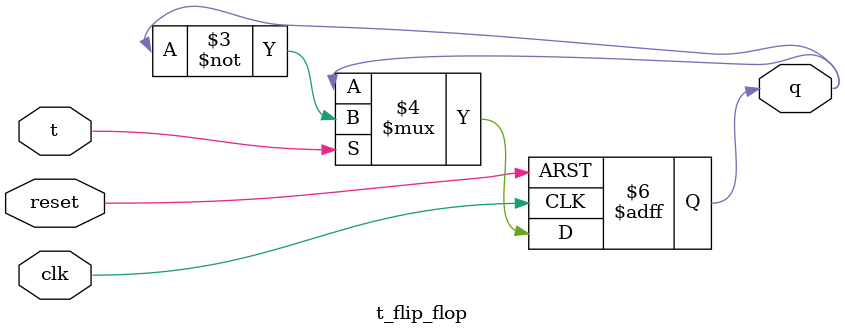
<source format=v>
module t_flip_flop (
    input wire clk,
    input wire reset,
    input wire t,
    output reg q
);

    always @(posedge clk or negedge reset) begin
        if (!reset) begin
            q <= 1'b0;
        end else begin
            if (t) begin
                q <= ~q;
            end
        end
    end

endmodule

</source>
